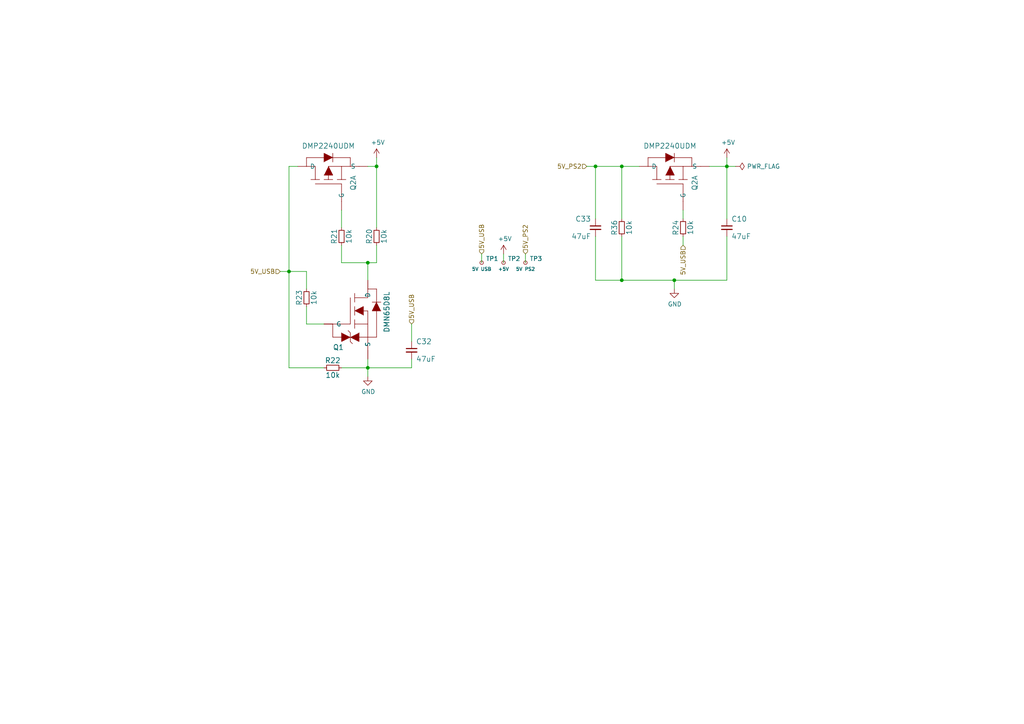
<source format=kicad_sch>
(kicad_sch (version 20211123) (generator eeschema)
  (paper "A4")
  (title_block (title "Power Control") (rev "1") (company "Rachel Mant"))
  (lib_symbols
    (symbol "Connector:TestPoint_Small" (pin_numbers hide) (pin_names (offset 0.762) hide)
      (property "Reference" "TP" (at 0 3.81 0))
      (property "Value" "TestPoint_Small" (at 0 2.032 0))
      (symbol "TestPoint_Small_0_1"
        (circle (center 0 0) (radius 0.508))
      )
      (symbol "TestPoint_Small_1_1"
        (pin passive line (at 0 0 90) (length 0) (name "1") (number "1"))
      )
    )
    (symbol "Device:C_Small" (pin_numbers hide) (pin_names (offset 0.254) hide)
      (property "Reference" "C" (at 0.254 1.778 0))
      (property "Value" "C_Small" (at 0.254 -2.032 0))
      (symbol "C_Small_0_1"
        (polyline (pts (xy -1.524 -0.508) (xy 1.524 -0.508)) (stroke (width 0.3302)))
        (polyline (pts (xy -1.524 0.508) (xy 1.524 0.508)) (stroke (width 0.3048)))
      )
      (symbol "C_Small_1_1"
        (pin passive line (at 0 2.54 270) (length 2.032) (name "~") (number "1"))
        (pin passive line (at 0 -2.54 90) (length 2.032) (name "~") (number "2"))
      )
    )
    (symbol "Device:R_Small" (pin_numbers hide) (pin_names (offset 0.254) hide)
      (property "Reference" "R" (at 0.762 0.508 0))
      (property "Value" "R_Small" (at 0.762 -1.016 0))
      (symbol "R_Small_0_1"
        (rectangle (start -0.762 1.778) (end 0.762 -1.778) (stroke (width 0.2032)))
      )
      (symbol "R_Small_1_1"
        (pin passive line (at 0 2.54 270) (length 0.762) (name "~") (number "1"))
        (pin passive line (at 0 -2.54 90) (length 0.762) (name "~") (number "2"))
      )
    )
    (symbol "MXKeyboard-eagle-import:DMN65D8L" (pin_names (offset 1.016))
      (property "Reference" "Q" (at -7.62 -10.16 0))
      (property "Value" "DMN65D8L" (at 8.89 -5.08 90))
      (symbol "DMN65D8L_1_0"
        (polyline (pts (xy -7.62 -6.35) (xy -5.08 -6.35)))
        (polyline (pts (xy -7.62 -2.54) (xy -7.62 -6.35)))
        (polyline (pts (xy -7.62 -2.54) (xy -2.54 -2.54)))
        (polyline (pts (xy -3.175 -4.445) (xy -2.54 -5.08)))
        (polyline (pts (xy -2.54 -7.62) (xy -1.905 -8.255)))
        (polyline (pts (xy -2.54 -5.08) (xy -2.54 -7.62)))
        (polyline (pts (xy -2.54 -2.54) (xy -2.54 5.08)))
        (polyline (pts (xy -1.27 -3.81) (xy -1.27 -2.54)))
        (polyline (pts (xy -1.27 -2.54) (xy -1.27 -1.27)))
        (polyline (pts (xy -1.27 -2.54) (xy 2.54 -2.54)))
        (polyline (pts (xy -1.27 0) (xy -1.27 2.54)))
        (polyline (pts (xy -1.27 3.81) (xy -1.27 5.08)))
        (polyline (pts (xy -1.27 5.08) (xy -1.27 6.35)))
        (polyline (pts (xy -1.27 5.08) (xy 2.54 5.08)))
        (polyline (pts (xy 0 -6.35) (xy 5.08 -6.35)))
        (polyline (pts (xy 1.27 1.27) (xy 2.54 1.27)))
        (polyline (pts (xy 2.54 -2.54) (xy 2.54 -10.16)))
        (polyline (pts (xy 2.54 1.27) (xy 2.54 -2.54)))
        (polyline (pts (xy 2.54 5.08) (xy 2.54 7.62)))
        (polyline (pts (xy 2.54 7.62) (xy 5.08 7.62)))
        (polyline (pts (xy 3.81 3.81) (xy 6.35 3.81)))
        (polyline (pts (xy 5.08 1.27) (xy 5.08 -6.35)))
        (polyline (pts (xy 5.08 7.62) (xy 5.08 3.81)))
        (polyline (pts (xy -5.08 -5.08) (xy -5.08 -7.62) (xy -2.54 -6.35)) (fill (type outline)))
        (polyline (pts (xy -1.27 1.27) (xy 1.27 2.54) (xy 1.27 0)) (fill (type outline)))
        (polyline (pts (xy 0 -5.08) (xy 0 -7.62) (xy -2.54 -6.35)) (fill (type outline)))
        (polyline (pts (xy 5.08 3.81) (xy 3.81 1.27) (xy 6.35 1.27)) (fill (type outline)))
        (pin input line (at -10.16 -2.54 0) (length 2.54) (name "G") (number "1"))
        (pin output line (at 2.54 -12.7 90) (length 2.54) (name "S") (number "2"))
        (pin input line (at 2.54 10.16 270) (length 2.54) (name "D") (number "3"))
      )
    )
    (symbol "MXKeyboard-eagle-import:DMP2240UDM" (pin_names (offset 1.016))
      (property "Reference" "Q" (at 0 -5.08 0))
      (property "Value" "DMP2240UDM" (at 7.62 1.27 90))
      (symbol "DMP2240UDM_1_0"
        (polyline (pts (xy -7.62 -2.54) (xy -2.54 -2.54)))
        (polyline (pts (xy -2.54 -2.54) (xy -2.54 5.08)))
        (polyline (pts (xy -1.27 -3.81) (xy -1.27 -2.54)))
        (polyline (pts (xy -1.27 -2.54) (xy -1.27 -1.27)))
        (polyline (pts (xy -1.27 -2.54) (xy 2.54 -2.54)))
        (polyline (pts (xy -1.27 1.27) (xy -1.27 0)))
        (polyline (pts (xy -1.27 1.27) (xy 0 1.27)))
        (polyline (pts (xy -1.27 2.54) (xy -1.27 1.27)))
        (polyline (pts (xy -1.27 3.81) (xy -1.27 5.08)))
        (polyline (pts (xy -1.27 5.08) (xy -1.27 6.35)))
        (polyline (pts (xy -1.27 5.08) (xy 2.54 5.08)))
        (polyline (pts (xy 2.54 -5.08) (xy 2.54 -7.62)))
        (polyline (pts (xy 2.54 -2.54) (xy 2.54 -5.08)))
        (polyline (pts (xy 2.54 1.27) (xy 2.54 -2.54)))
        (polyline (pts (xy 2.54 5.08) (xy 2.54 7.62)))
        (polyline (pts (xy 2.54 7.62) (xy 5.08 7.62)))
        (polyline (pts (xy 5.08 -5.08) (xy 2.54 -5.08)))
        (polyline (pts (xy 5.08 0) (xy 3.81 0)))
        (polyline (pts (xy 5.08 0) (xy 5.08 -5.08)))
        (polyline (pts (xy 5.08 7.62) (xy 5.08 2.54)))
        (polyline (pts (xy 6.35 0) (xy 5.08 0)))
        (polyline (pts (xy 2.54 1.27) (xy 0 0) (xy 0 2.54)) (fill (type outline)))
        (polyline (pts (xy 5.08 0) (xy 6.35 2.54) (xy 3.81 2.54)) (fill (type outline)))
        (pin input line (at -10.16 -2.54 0) (length 2.54) (name "G") (number "1"))
        (pin passive line (at 2.54 -10.16 90) (length 2.54) (name "S") (number "5"))
        (pin passive line (at 2.54 10.16 270) (length 2.54) (name "D") (number "6"))
      )
      (symbol "DMP2240UDM_2_0"
        (polyline (pts (xy -7.62 -2.54) (xy -2.54 -2.54)))
        (polyline (pts (xy -2.54 -2.54) (xy -2.54 5.08)))
        (polyline (pts (xy -1.27 -3.81) (xy -1.27 -2.54)))
        (polyline (pts (xy -1.27 -2.54) (xy -1.27 -1.27)))
        (polyline (pts (xy -1.27 -2.54) (xy 2.54 -2.54)))
        (polyline (pts (xy -1.27 1.27) (xy -1.27 0)))
        (polyline (pts (xy -1.27 1.27) (xy 0 1.27)))
        (polyline (pts (xy -1.27 2.54) (xy -1.27 1.27)))
        (polyline (pts (xy -1.27 3.81) (xy -1.27 5.08)))
        (polyline (pts (xy -1.27 5.08) (xy -1.27 6.35)))
        (polyline (pts (xy -1.27 5.08) (xy 2.54 5.08)))
        (polyline (pts (xy 2.54 -5.08) (xy 2.54 -7.62)))
        (polyline (pts (xy 2.54 -2.54) (xy 2.54 -5.08)))
        (polyline (pts (xy 2.54 1.27) (xy 2.54 -2.54)))
        (polyline (pts (xy 2.54 5.08) (xy 2.54 7.62)))
        (polyline (pts (xy 2.54 7.62) (xy 5.08 7.62)))
        (polyline (pts (xy 5.08 -5.08) (xy 2.54 -5.08)))
        (polyline (pts (xy 5.08 0) (xy 3.81 0)))
        (polyline (pts (xy 5.08 0) (xy 5.08 -5.08)))
        (polyline (pts (xy 5.08 7.62) (xy 5.08 2.54)))
        (polyline (pts (xy 6.35 0) (xy 5.08 0)))
        (polyline (pts (xy 2.54 1.27) (xy 0 0) (xy 0 2.54)) (fill (type outline)))
        (polyline (pts (xy 5.08 0) (xy 6.35 2.54) (xy 3.81 2.54)) (fill (type outline)))
        (pin passive line (at 2.54 -10.16 90) (length 2.54) (name "S") (number "2"))
        (pin input line (at -10.16 -2.54 0) (length 2.54) (name "G") (number "3"))
        (pin passive line (at 2.54 10.16 270) (length 2.54) (name "D") (number "4"))
      )
    )
    (symbol "power:+5V" (power) (pin_names (offset 0))
      (property "Value" "+5V" (at 0 3.556 0))
      (symbol "+5V_0_1"
        (polyline (pts (xy -0.762 1.27) (xy 0 2.54)))
        (polyline (pts (xy 0 0) (xy 0 2.54)))
        (polyline (pts (xy 0 2.54) (xy 0.762 1.27)))
      )
      (symbol "+5V_1_1"
        (pin power_in line (at 0 0 90) (length 0) hide (name "+5V") (number "1"))
      )
    )
    (symbol "power:GND" (power) (pin_names (offset 0))
      (property "Value" "GND" (at 0 -3.81 0))
      (symbol "GND_0_1"
        (polyline (pts (xy 0 0) (xy 0 -1.27) (xy 1.27 -1.27) (xy 0 -2.54) (xy -1.27 -1.27) (xy 0 -1.27)))
      )
      (symbol "GND_1_1"
        (pin power_in line (at 0 0 270) (length 0) hide (name "GND") (number "1"))
      )
    )
    (symbol "power:PWR_FLAG" (power) (pin_numbers hide) (pin_names (offset 0) hide)
      (property "Value" "PWR_FLAG" (at 0 3.81 0))
      (symbol "PWR_FLAG_0_0"
        (pin power_out line (at 0 0 90) (length 0) (name "pwr") (number "1"))
      )
      (symbol "PWR_FLAG_0_1"
        (polyline (pts (xy 0 0) (xy 0 1.27) (xy -1.016 1.905) (xy 0 2.54) (xy 1.016 1.905) (xy 0 1.27)))
      )
    )
  )
  (junction (at 109.22 48.26))
  (junction (at 106.68 76.2))
  (junction (at 83.82 78.74))
  (junction (at 210.82 48.26))
  (junction (at 172.72 48.26))
  (junction (at 180.34 81.28))
  (junction (at 106.68 106.68))
  (junction (at 195.58 81.28))
  (junction (at 180.34 48.26))
  (wire (pts (xy 210.82 48.26) (xy 205.74 48.26)))
  (wire (pts (xy 106.68 104.14) (xy 106.68 106.68)))
  (wire (pts (xy 106.68 76.2) (xy 109.22 76.2)))
  (wire (pts (xy 180.34 48.26) (xy 180.34 63.5)))
  (wire (pts (xy 210.82 48.26) (xy 210.82 63.5)))
  (wire (pts (xy 172.72 81.28) (xy 180.34 81.28)))
  (wire (pts (xy 109.22 76.2) (xy 109.22 71.12)))
  (wire (pts (xy 99.06 60.96) (xy 99.06 66.04)))
  (wire (pts (xy 213.36 48.26) (xy 210.82 48.26)))
  (wire (pts (xy 99.06 71.12) (xy 99.06 76.2)))
  (wire (pts (xy 146.05 73.66) (xy 146.05 76.2)))
  (wire (pts (xy 180.34 81.28) (xy 195.58 81.28)))
  (wire (pts (xy 180.34 48.26) (xy 185.42 48.26)))
  (wire (pts (xy 119.38 106.68) (xy 119.38 104.14)))
  (wire (pts (xy 106.68 106.68) (xy 106.68 109.22)))
  (wire (pts (xy 210.82 48.26) (xy 210.82 45.72)))
  (wire (pts (xy 152.4 73.66) (xy 152.4 76.2)))
  (wire (pts (xy 99.06 76.2) (xy 106.68 76.2)))
  (wire (pts (xy 88.9 88.9) (xy 88.9 93.98)))
  (wire (pts (xy 88.9 78.74) (xy 88.9 83.82)))
  (wire (pts (xy 210.82 68.58) (xy 210.82 81.28)))
  (wire (pts (xy 106.68 48.26) (xy 109.22 48.26)))
  (wire (pts (xy 83.82 48.26) (xy 86.36 48.26)))
  (wire (pts (xy 119.38 99.06) (xy 119.38 93.98)))
  (wire (pts (xy 106.68 76.2) (xy 106.68 81.28)))
  (wire (pts (xy 195.58 81.28) (xy 195.58 83.82)))
  (wire (pts (xy 83.82 78.74) (xy 83.82 48.26)))
  (wire (pts (xy 83.82 78.74) (xy 83.82 106.68)))
  (wire (pts (xy 109.22 48.26) (xy 109.22 66.04)))
  (wire (pts (xy 198.12 68.58) (xy 198.12 71.12)))
  (wire (pts (xy 180.34 48.26) (xy 172.72 48.26)))
  (wire (pts (xy 139.7 73.66) (xy 139.7 76.2)))
  (wire (pts (xy 198.12 60.96) (xy 198.12 63.5)))
  (wire (pts (xy 106.68 106.68) (xy 119.38 106.68)))
  (wire (pts (xy 99.06 106.68) (xy 106.68 106.68)))
  (wire (pts (xy 172.72 68.58) (xy 172.72 81.28)))
  (wire (pts (xy 88.9 78.74) (xy 83.82 78.74)))
  (wire (pts (xy 88.9 93.98) (xy 93.98 93.98)))
  (wire (pts (xy 83.82 78.74) (xy 81.28 78.74)))
  (wire (pts (xy 172.72 48.26) (xy 170.18 48.26)))
  (wire (pts (xy 180.34 68.58) (xy 180.34 81.28)))
  (wire (pts (xy 83.82 106.68) (xy 93.98 106.68)))
  (wire (pts (xy 109.22 45.72) (xy 109.22 48.26)))
  (wire (pts (xy 210.82 81.28) (xy 195.58 81.28)))
  (wire (pts (xy 172.72 63.5) (xy 172.72 48.26)))
  (hierarchical_label "5V_USB" (shape input) (at 119.38 93.98 90))
  (hierarchical_label "5V_USB" (shape input) (at 139.7 73.66 90))
  (hierarchical_label "5V_USB" (shape input) (at 81.28 78.74 180))
  (hierarchical_label "5V_USB" (shape input) (at 198.12 71.12 270))
  (hierarchical_label "5V_PS2" (shape input) (at 152.4 73.66 90))
  (hierarchical_label "5V_PS2" (shape input) (at 170.18 48.26 180))
  (symbol (lib_id "Device:C_Small") (at 210.82 66.04 0)
    (property "Reference" "C10" (at 212.09 63.5 0) (effects (font (size 1.4986 1.4986)) (justify left)))
    (property "Value" "47uF" (at 212.09 68.58 0) (effects (font (size 1.4986 1.4986)) (justify left)))
    (property "Footprint" "rhais_rcl:C0805" (effects hide))
    (property "Datasheet" "https://www.murata.com/en-eu/api/pdfdownloadapi?cate=luCeramicCapacitorsSMD&partno=GRM21BR61A476ME15%23" (effects hide))
    (property "MFR" "muRata" (effects hide))
    (property "MPN" "GRM21BR61A476ME15L" (effects hide))
    (property "OC_FARNELL" "2611939" (effects hide))
    (property "URL_FARNELL" "https://uk.farnell.com/murata/grm21br61a476me15l/cap-47-f-10v-20-x5r-0805/dp/2611939" (effects hide))
  )
  (symbol (lib_id "Device:C_Small") (at 119.38 101.6 0)
    (property "Reference" "C32" (at 120.65 99.06 0) (effects (font (size 1.4986 1.4986)) (justify left)))
    (property "Value" "47uF" (at 120.65 104.14 0) (effects (font (size 1.4986 1.4986)) (justify left)))
    (property "Footprint" "rhais_rcl:C0805" (effects hide))
    (property "Datasheet" "https://www.murata.com/en-eu/api/pdfdownloadapi?cate=luCeramicCapacitorsSMD&partno=GRM21BR61A476ME15%23" (effects hide))
    (property "MFR" "muRata" (effects hide))
    (property "MPN" "GRM21BR61A476ME15L" (effects hide))
    (property "OC_FARNELL" "2611939" (effects hide))
    (property "URL_FARNELL" "https://uk.farnell.com/murata/grm21br61a476me15l/cap-47-f-10v-20-x5r-0805/dp/2611939" (effects hide))
  )
  (symbol (lib_id "Device:R_Small") (at 88.9 86.36 0)
    (property "Reference" "R23" (at 87.63 86.36 90) (effects (font (size 1.4986 1.4986)) (justify bottom)))
    (property "Value" "10k" (at 90.17 86.36 90) (effects (font (size 1.4986 1.4986)) (justify top)))
    (property "Footprint" "rhais_rcl:R0603" (effects hide))
    (property "Datasheet" "http://www.farnell.com/datasheets/2860681.pdf" (effects hide))
    (property "MFR" "Multicomp" (effects hide))
    (property "MPN" "MCWR06X1002FTL" (effects hide))
    (property "OC_FARNELL" "2446547" (effects hide))
    (property "URL_FARNELL" "https://uk.farnell.com/multicomp/mcwr06x1002ftl/res-10k-1-0-1w-0603-thick-film/dp/2446547" (effects hide))
  )
  (symbol (lib_id "Device:C_Small") (at 172.72 66.04 0) (mirror y)
    (property "Reference" "C33" (at 171.45 63.5 0) (effects (font (size 1.4986 1.4986)) (justify left)))
    (property "Value" "47uF" (at 171.45 68.58 0) (effects (font (size 1.4986 1.4986)) (justify left)))
    (property "Footprint" "rhais_rcl:C0805" (effects hide))
    (property "Datasheet" "https://www.murata.com/en-eu/api/pdfdownloadapi?cate=luCeramicCapacitorsSMD&partno=GRM21BR61A476ME15%23" (effects hide))
    (property "MFR" "muRata" (effects hide))
    (property "MPN" "GRM21BR61A476ME15L" (effects hide))
    (property "OC_FARNELL" "2611939" (effects hide))
    (property "URL_FARNELL" "https://uk.farnell.com/murata/grm21br61a476me15l/cap-47-f-10v-20-x5r-0805/dp/2611939" (effects hide))
  )
  (symbol (lib_id "Device:R_Small") (at 180.34 66.04 0)
    (property "Reference" "R36" (at 179.07 66.04 90) (effects (font (size 1.4986 1.4986)) (justify bottom)))
    (property "Value" "10k" (at 181.61 66.04 90) (effects (font (size 1.4986 1.4986)) (justify top)))
    (property "Footprint" "rhais_rcl:R0603" (effects hide))
    (property "Datasheet" "http://www.farnell.com/datasheets/2860681.pdf" (effects hide))
    (property "MFR" "Multicomp" (effects hide))
    (property "MPN" "MCWR06X1002FTL" (effects hide))
    (property "OC_FARNELL" "2446547" (effects hide))
    (property "URL_FARNELL" "https://uk.farnell.com/multicomp/mcwr06x1002ftl/res-10k-1-0-1w-0603-thick-film/dp/2446547" (effects hide))
  )
  (symbol (lib_id "Device:R_Small") (at 96.52 106.68 90)
    (property "Reference" "R22" (at 96.52 105.41 90) (effects (font (size 1.4986 1.4986)) (justify top)))
    (property "Value" "10k" (at 96.52 107.95 90) (effects (font (size 1.4986 1.4986)) (justify bottom)))
    (property "Footprint" "rhais_rcl:R0603" (effects hide))
    (property "Datasheet" "http://www.farnell.com/datasheets/2860681.pdf" (effects hide))
    (property "MFR" "Multicomp" (effects hide))
    (property "MPN" "MCWR06X1002FTL" (effects hide))
    (property "OC_FARNELL" "2446547" (effects hide))
    (property "URL_FARNELL" "https://uk.farnell.com/multicomp/mcwr06x1002ftl/res-10k-1-0-1w-0603-thick-film/dp/2446547" (effects hide))
  )
  (symbol (lib_id "Connector:TestPoint_Small") (at 139.7 76.2 0) (unit 1)
    (property "Reference" "TP1" (at 140.9192 75.0316 0) (effects (justify left)))
    (property "Value" "5V USB" (at 139.7 77.47 0) (effects (font (size 0.9906 0.9906)) (justify top)))
    (property "Footprint" "TestPoint:TestPoint_Pad_D1.5mm" (effects hide))
  )
  (symbol (lib_id "Connector:TestPoint_Small") (at 146.05 76.2 0) (unit 1)
    (property "Reference" "TP2" (at 147.2692 75.0316 0) (effects (justify left)))
    (property "Value" "+5V" (at 146.05 77.47 0) (effects (font (size 0.9906 0.9906)) (justify top)))
    (property "Footprint" "TestPoint:TestPoint_Pad_D1.5mm" (effects hide))
  )
  (symbol (lib_id "Connector:TestPoint_Small") (at 152.4 76.2 0) (unit 1)
    (property "Reference" "TP3" (at 153.6192 75.0316 0) (effects (justify left)))
    (property "Value" "5V PS2" (at 152.4 77.47 0) (effects (font (size 0.9906 0.9906)) (justify top)))
    (property "Footprint" "TestPoint:TestPoint_Pad_D1.5mm" (effects hide))
  )
  (symbol (lib_id "power:+5V") (at 146.05 73.66 0) (unit 1)
    (property "Reference" "#PWR064" (effects hide))
    (property "Value" "+5V" (at 146.431 69.2658 0))
  )
  (symbol (lib_id "power:PWR_FLAG") (at 213.36 48.26 270) (unit 1)
    (property "Reference" "#FLG0101" (effects hide))
    (property "Value" "PWR_FLAG" (at 216.6112 48.26 90) (effects (justify left)))
  )
  (symbol (lib_id "power:+5V") (at 109.22 45.72 0) (unit 1)
    (property "Reference" "#PWR061" (effects hide))
    (property "Value" "+5V" (at 109.601 41.3258 0))
  )
  (symbol (lib_id "power:+5V") (at 210.82 45.72 0) (unit 1)
    (property "Reference" "#PWR063" (effects hide))
    (property "Value" "+5V" (at 211.201 41.3258 0))
  )
  (symbol (lib_id "power:GND") (at 195.58 83.82 0) (unit 1)
    (property "Reference" "#PWR062" (effects hide))
    (property "Value" "GND" (at 195.707 88.2142 0))
  )
  (symbol (lib_id "power:GND") (at 106.68 109.22 0) (unit 1)
    (property "Reference" "#PWR060" (effects hide))
    (property "Value" "GND" (at 106.807 113.6142 0))
  )
  (symbol (lib_id "MXKeyboard-eagle-import:DMN65D8L") (at 104.14 91.44 0)
    (property "Reference" "Q1" (at 96.52 101.6 0) (effects (font (size 1.4986 1.4986)) (justify left bottom)))
    (property "Value" "DMN65D8L" (at 113.03 96.52 90) (effects (font (size 1.4986 1.4986)) (justify left bottom)))
    (property "Footprint" "rhais_package-smd:SOT-23" (effects hide))
    (property "Datasheet" "https://www.diodes.com/assets/Datasheets/DMN65D8L.pdf" (effects hide))
    (property "MFR" "Diodes Inc" (effects hide))
    (property "MPN" "DMN65D8L" (effects hide))
    (property "OC_FARNELL" "2543546" (effects hide))
    (property "URL_FARNELL" "https://uk.farnell.com/diodes-inc/dmn65d8l-7/mosfet-n-ch-20v-sot-23-3/dp/2543546" (effects hide))
  )
  (symbol (lib_id "Device:R_Small") (at 99.06 68.58 0)
    (property "Reference" "R21" (at 97.79 68.58 90) (effects (font (size 1.4986 1.4986)) (justify bottom)))
    (property "Value" "10k" (at 100.33 68.58 90) (effects (font (size 1.4986 1.4986)) (justify top)))
    (property "Footprint" "rhais_rcl:R0603" (effects hide))
    (property "Datasheet" "http://www.farnell.com/datasheets/2860681.pdf" (effects hide))
    (property "MFR" "Multicomp" (effects hide))
    (property "MPN" "MCWR06X1002FTL" (effects hide))
    (property "OC_FARNELL" "2446547" (effects hide))
    (property "URL_FARNELL" "https://uk.farnell.com/multicomp/mcwr06x1002ftl/res-10k-1-0-1w-0603-thick-film/dp/2446547" (effects hide))
  )
  (symbol (lib_id "Device:R_Small") (at 109.22 68.58 0) (mirror y)
    (property "Reference" "R20" (at 107.95 68.58 90) (effects (font (size 1.4986 1.4986)) (justify top)))
    (property "Value" "10k" (at 110.49 68.58 90) (effects (font (size 1.4986 1.4986)) (justify bottom)))
    (property "Footprint" "rhais_rcl:R0603" (effects hide))
    (property "Datasheet" "http://www.farnell.com/datasheets/2860681.pdf" (effects hide))
    (property "MFR" "Multicomp" (effects hide))
    (property "MPN" "MCWR06X1002FTL" (effects hide))
    (property "OC_FARNELL" "2446547" (effects hide))
    (property "URL_FARNELL" "https://uk.farnell.com/multicomp/mcwr06x1002ftl/res-10k-1-0-1w-0603-thick-film/dp/2446547" (effects hide))
  )
  (symbol (lib_id "Device:R_Small") (at 198.12 66.04 0)
    (property "Reference" "R24" (at 196.85 66.04 90) (effects (font (size 1.4986 1.4986)) (justify bottom)))
    (property "Value" "10k" (at 199.39 66.04 90) (effects (font (size 1.4986 1.4986)) (justify top)))
    (property "Footprint" "rhais_rcl:R0603" (effects hide))
    (property "Datasheet" "http://www.farnell.com/datasheets/2860681.pdf" (effects hide))
    (property "MFR" "Multicomp" (effects hide))
    (property "MPN" "MCWR06X1002FTL" (effects hide))
    (property "OC_FARNELL" "2446547" (effects hide))
    (property "URL_FARNELL" "https://uk.farnell.com/multicomp/mcwr06x1002ftl/res-10k-1-0-1w-0603-thick-film/dp/2446547" (effects hide))
  )
  (symbol (lib_id "MXKeyboard-eagle-import:DMP2240UDM") (at 195.58 50.8 90)
    (property "Reference" "Q2" (at 200.66 50.8 0) (effects (font (size 1.4986 1.4986)) (justify right top)))
    (property "Value" "DMP2240UDM" (at 194.31 43.18 90) (effects (font (size 1.4986 1.4986)) (justify top)))
    (property "Footprint" "rhais_package-smd:SOT-26" (effects hide))
    (property "Datasheet" "https://www.diodes.com/assets/Datasheets/ds31197.pdf" (effects hide))
    (property "MFR" "Diodes Inc" (effects hide))
    (property "MPN" "DMP2240UDM" (effects hide))
    (property "OC_FARNELL" "2543520" (effects hide))
    (property "URL_FARNELL" "https://uk.farnell.com/diodes-inc/dmp2240udm-7/mosfet-aec-q101-dual-p-ch-20v/dp/2543520" (effects hide))
  )
  (symbol (lib_id "MXKeyboard-eagle-import:DMP2240UDM") (at 96.52 50.8 90)
    (property "Reference" "Q2" (at 101.6 50.8 0) (effects (font (size 1.4986 1.4986)) (justify right top)))
    (property "Value" "DMP2240UDM" (at 95.25 43.18 90) (effects (font (size 1.4986 1.4986)) (justify top)))
    (property "Footprint" "rhais_package-smd:SOT-26" (effects hide))
    (property "Datasheet" "https://www.diodes.com/assets/Datasheets/ds31197.pdf" (effects hide))
    (property "MFR" "Diodes Inc" (effects hide))
    (property "MPN" "DMP2240UDM" (effects hide))
    (property "OC_FARNELL" "2543520" (effects hide))
    (property "URL_FARNELL" "https://uk.farnell.com/diodes-inc/dmp2240udm-7/mosfet-aec-q101-dual-p-ch-20v/dp/2543520" (effects hide))
  )
)
</source>
